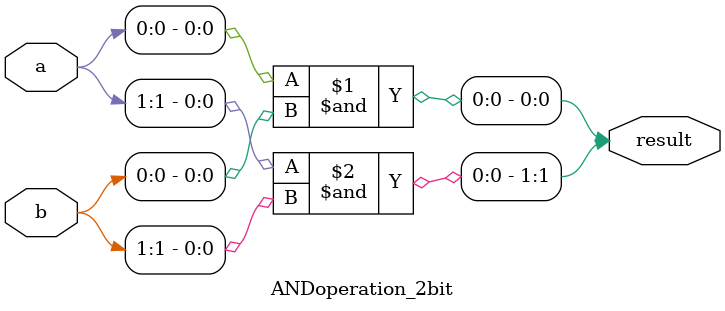
<source format=sv>


module ANDoperation_2bit(
    input  logic [1:0] a,
    input  logic [1:0] b,
    output logic [1:0] result
);

assign result[0] = a[0] & b[0];
assign result[1] = a[1] & b[1];

endmodule

</source>
